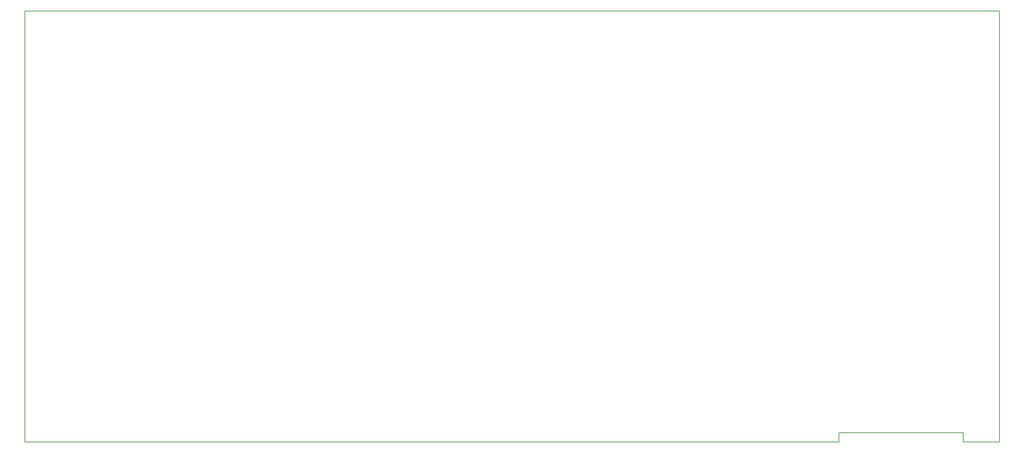
<source format=gbr>
G04 (created by PCBNEW (2013-07-07 BZR 4022)-stable) date 6/4/2014 10:32:15 AM*
%MOIN*%
G04 Gerber Fmt 3.4, Leading zero omitted, Abs format*
%FSLAX34Y34*%
G01*
G70*
G90*
G04 APERTURE LIST*
%ADD10C,0.00590551*%
G04 APERTURE END LIST*
G54D10*
X87800Y-59000D02*
X9200Y-59000D01*
X87800Y-58100D02*
X87800Y-59000D01*
X99800Y-59000D02*
X103300Y-59000D01*
X99800Y-58100D02*
X99800Y-59000D01*
X87800Y-58100D02*
X99800Y-58100D01*
X103300Y-59000D02*
X103300Y-17300D01*
X9200Y-59000D02*
X9200Y-17300D01*
X103300Y-17300D02*
X9200Y-17300D01*
M02*

</source>
